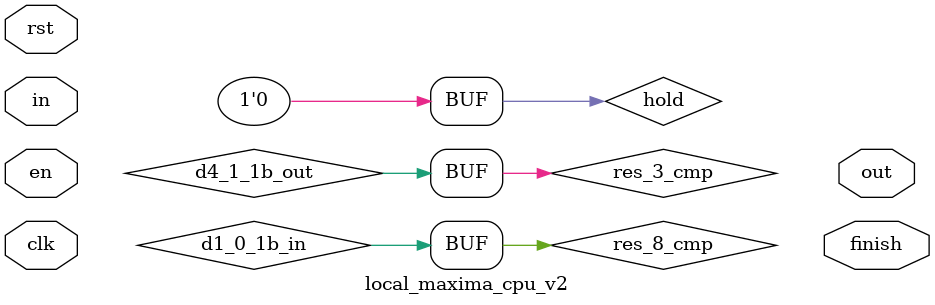
<source format=v>
module local_maxima_cpu_v2 (clk, rst, en, in, out, finish);

    // PORTS
    input clk, rst, en;
    input [7:0] in;
    output out;
    output reg finish;

    // INTERNAL
    reg hold = 0;
    reg [7:0] row = 0, col = 0, count = 0;
    reg [7:0] iteration = 0;

    // INPUT DATAPATH
    wire [7:0] d1_0_8b_out, d1_1_8b_out, d1_2_8b_out, d1_3_8b_out, d1_4_8b_out, d1_5_8b_out;
    wire [7:0] d4_0_8b_out, d4_1_8b_out;
    reg [7:0] d1_0_8b_in;
    delay_8b d1_0_8b  (.clk(clk), .hold(hold), .in(d1_0_8b_in) , .out(d1_0_8b_out));
    delay_8b d1_1_8b  (.clk(clk), .hold(hold), .in(d1_0_8b_out), .out(d1_1_8b_out));
    delay_4_8b d4_0_8b(.clk(clk), .hold(hold), .in(d1_1_8b_out), .out(d4_0_8b_out));
    delay_8b d1_2_8b  (.clk(clk), .hold(hold), .in(d4_0_8b_out), .out(d1_2_8b_out));
    delay_8b d1_3_8b  (.clk(clk), .hold(hold), .in(d1_2_8b_out), .out(d1_3_8b_out));
    delay_4_8b d4_1_8b(.clk(clk), .hold(hold), .in(d1_3_8b_out), .out(d4_1_8b_out));
    delay_8b d1_4_8b  (.clk(clk), .hold(hold), .in(d4_1_8b_out), .out(d1_4_8b_out));
    delay_8b d1_5_8b  (.clk(clk), .hold(hold), .in(d1_4_8b_out), .out(d1_5_8b_out));

    // OUTPUT DATAPATH
    wire d1_0_1b_out, d1_1_1b_out, d1_2_1b_out, d1_3_1b_out, d1_4_1b_out, d1_5_1b_out;
    wire d4_0_1b_out, d4_1_1b_out;
    reg d1_0_1b_in;

    delay_1b d1_0_1b  (.clk(clk), .hold(hold), .in(d1_0_1b_in) , .out(d1_0_1b_out));
    delay_1b d1_1_1b  (.clk(clk), .hold(hold), .in(d1_0_1b_out), .out(d1_1_1b_out));
    delay_4_1b d4_0_1b(.clk(clk), .hold(hold), .in(d1_1_1b_out), .out(d4_0_1b_out));
    delay_1b d1_2_1b  (.clk(clk), .hold(hold), .in(d4_0_1b_out), .out(d1_2_1b_out));
    delay_1b d1_3_1b  (.clk(clk), .hold(hold), .in(d1_2_1b_out), .out(d1_3_1b_out));
    delay_4_1b d4_1_1b(.clk(clk), .hold(hold), .in(d1_3_1b_out), .out(d4_1_1b_out));
    delay_1b d1_4_1b  (.clk(clk), .hold(hold), .in(d4_1_1b_out), .out(d1_4_1b_out));
    delay_1b d1_5_1b  (.clk(clk), .hold(hold), .in(d1_4_1b_out), .out(d1_5_1b_out));

    // NEIGHBOR COMPUTATION
    wire [7:0] in_cmp; wire out_cmp;
    wire [7:0] in_1_cmp, in_2_cmp, in_3_cmp, in_4_cmp, in_5_cmp, in_6_cmp, in_7_cmp, in_8_cmp;
    wire res_1_cmp, res_2_cmp, res_3_cmp, res_4_cmp, res_5_cmp, res_6_cmp, res_7_cmp, res_8_cmp;

    assign in_1_cmp = (col == 1) ? 0 : (row == 1) ? 0 : d1_5_8b_out;
    assign in_2_cmp = (row == 1) ? 0 : d1_4_8b_out;
    assign in_3_cmp = (col == 6) ? 0 : (row == 1) ? 0 : d4_1_8b_out;
    assign in_4_cmp = (col == 1) ? 0 : d1_3_8b_out;
    assign in_cmp   = d1_2_8b_out;
    assign in_5_cmp = (col == 6) ? 0 : d4_0_8b_out;
    assign in_6_cmp = (col == 1) ? 0 : (row == 6) ? 0 : d1_1_8b_out;
    assign in_7_cmp = (row == 6) ? 0 : d1_0_8b_out;
    assign in_8_cmp = (col == 6) ? 0 : (row == 6) ? 0 : d1_0_8b_in ;

    assign res_1_cmp = d1_5_1b_out, res_2_cmp = d1_4_1b_out, res_3_cmp = d4_1_1b_out;
    assign res_4_cmp = d1_3_1b_out, res_cmp   = d1_2_1b_out, res_5_cmp = d4_0_1b_out;
    assign res_6_cmp = d1_1_1b_out, res_7_cmp = d1_0_1b_out, res_8_cmp = d1_0_1b_in ;

    compare_neighbor cmp(
        .clk(clk),
        .in(in_cmp),
        .in_1(in_1_cmp), .in_2(in_2_cmp), .in_3(in_3_cmp), .in_4(in_4_cmp), .in_5(in_5_cmp), .in_6(in_6_cmp), .in_7(in_7_cmp), .in_8(in_8_cmp), 
        .res_1(res_1_cmp), .res_2(res_2_cmp), .res_3(res_3_cmp), .res_4(res_4_cmp), .res_5(res_5_cmp), .res_6(res_6_cmp), .res_7(res_7_cmp), .res_8(res_8_cmp), 
        .out(out_cmp)
    );

    // REGISTER BANKS
    wire [7:0] input_bank_address;
    wire [7:0] output_bank_address;

    wire bank_en_write;
    wire output_bank_data, output_bank_data_cp; wire [7:0] input_bank_data;
    regfile_8b input_bank(clk, input_bank_address, bank_en_write, input_bank_data);
    regfile_1b output_bank(clk, output_bank_address, bank_en_write, output_bank_data);
    // regfile_1b output_bank_cp(clk, output_bank_address, !bank_en_write, output_bank_data_cp);

    // assign bank_address = (count == 42) ? 1 : count;
    assign input_bank_address = (iteration == 1) ? count : count + 2;
    assign output_bank_address = (iteration == 1) ? count : count + 7+2;
    assign bank_en_write = (iteration == 1);

    assign input_bank_data = (bank_en_write) ? d1_0_8b_in : 8'bZ;
    assign output_bank_data = bank_en_write ? out_cmp : 1'bZ;
    assign output_bank_data_cp = !bank_en_write ? out_cmp : 1'bZ;

    always @(posedge clk) begin
        if (!rst) begin
            col <= 0;
            row <= 1;
            count <= 0+2;
            iteration <= 1;
        end
        else begin
            d1_0_8b_in <= (count >= 36+2) ? 0 : bank_en_write ? in : input_bank_data;
            d1_0_1b_in <= bank_en_write ? 1  : output_bank_data;
            col <= (count <= 7+2) ? 1 : (col == 6) ? 1 : col+1;
            row <= (count <= 7+2) ? 1 : (col != 6) ? row : (row == 6) ? 1 : row+1;
            count <= (count == 42+2+1) ? 1 : count+1;
            iteration <= (count == 42+2+1) ? iteration+1 : iteration;
        end
    end

endmodule
</source>
